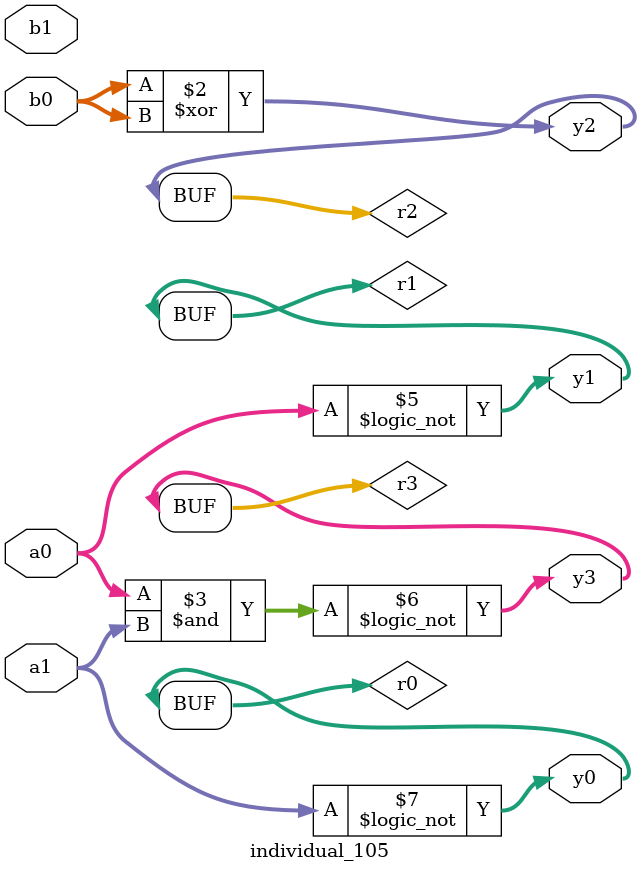
<source format=sv>
module individual_105(input logic [15:0] a1, input logic [15:0] a0, input logic [15:0] b1, input logic [15:0] b0, output logic [15:0] y3, output logic [15:0] y2, output logic [15:0] y1, output logic [15:0] y0);
logic [15:0] r0, r1, r2, r3; 
 always@(*) begin 
	 r0 = a0; r1 = a1; r2 = b0; r3 = b1; 
 	 r2  ^=  r2 ;
 	 r0  &=  r1 ;
 	 r1  &=  r3 ;
 	 r1 = ! a0 ;
 	 r3 = ! r0 ;
 	 r0 = ! a1 ;
 	 y3 = r3; y2 = r2; y1 = r1; y0 = r0; 
end
endmodule
</source>
